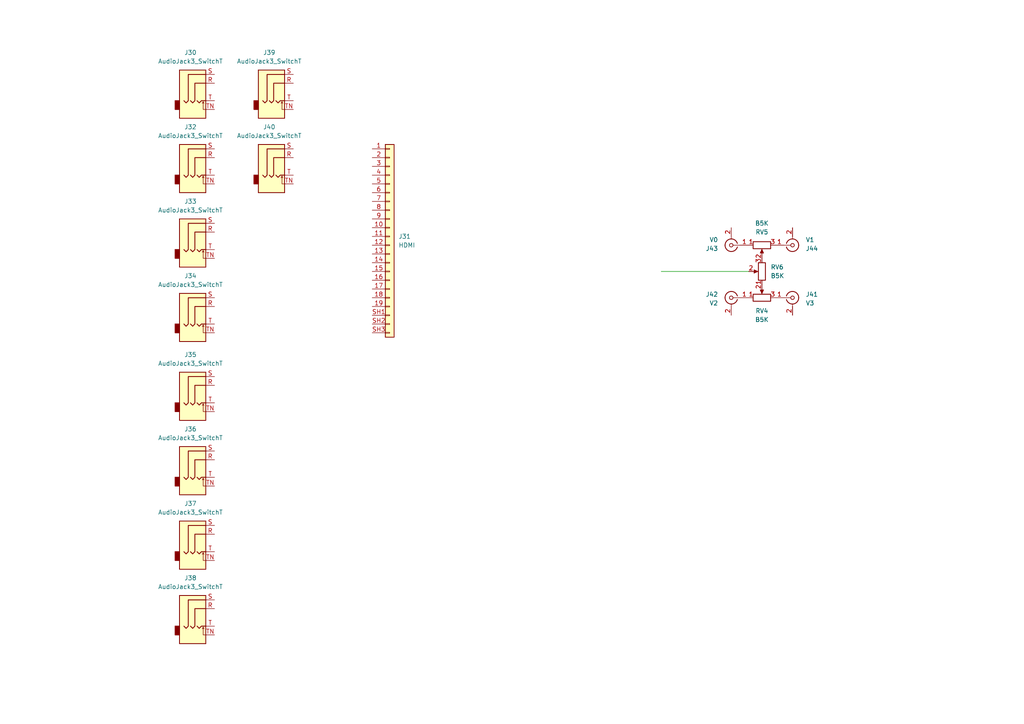
<source format=kicad_sch>
(kicad_sch (version 20231120) (generator "eeschema") (generator_version "8.0")
  (paper "A4")
  (title_block (title "Audio Thing Template") (rev "1.0") (company "velvia-fifty") (comment 1 "https://github.com/velvia-fifty/AudioThings") (comment 2 "You should have changed this already :)") (comment 4 "Stay humble"))
  (lib_symbols
    (symbol "AT-Symbols:HDMI" (pin_names (offset 1.016) hide)
      (property "Reference" "J26" (at 2.54 0.0001 0))
      (property "Value" "HDMI" (at 2.54 -2.5399 0))
      (symbol "HDMI_1_1"
        (rectangle (start -1.27 -27.813) (end 0 -28.067) (stroke (width 0.1524)))
        (rectangle (start -1.27 -25.273) (end 0 -25.527) (stroke (width 0.1524)))
        (rectangle (start -1.27 -22.733) (end 0 -22.987) (stroke (width 0.1524)))
        (rectangle (start -1.27 -20.193) (end 0 -20.447) (stroke (width 0.1524)))
        (rectangle (start -1.27 -17.653) (end 0 -17.907) (stroke (width 0.1524)))
        (rectangle (start -1.27 -15.113) (end 0 -15.367) (stroke (width 0.1524)))
        (rectangle (start -1.27 -12.573) (end 0 -12.827) (stroke (width 0.1524)))
        (rectangle (start -1.27 -10.033) (end 0 -10.287) (stroke (width 0.1524)))
        (rectangle (start -1.27 -7.493) (end 0 -7.747) (stroke (width 0.1524)))
        (rectangle (start -1.27 -4.953) (end 0 -5.207) (stroke (width 0.1524)))
        (rectangle (start -1.27 -2.413) (end 0 -2.667) (stroke (width 0.1524)))
        (rectangle (start -1.27 0.127) (end 0 -0.127) (stroke (width 0.1524)))
        (rectangle (start -1.27 2.667) (end 0 2.413) (stroke (width 0.1524)))
        (rectangle (start -1.27 5.207) (end 0 4.953) (stroke (width 0.1524)))
        (rectangle (start -1.27 7.747) (end 0 7.493) (stroke (width 0.1524)))
        (rectangle (start -1.27 10.287) (end 0 10.033) (stroke (width 0.1524)))
        (rectangle (start -1.27 12.827) (end 0 12.573) (stroke (width 0.1524)))
        (rectangle (start -1.27 15.367) (end 0 15.113) (stroke (width 0.1524)))
        (rectangle (start -1.27 17.907) (end 0 17.653) (stroke (width 0.1524)))
        (rectangle (start -1.27 20.447) (end 0 20.193) (stroke (width 0.1524)))
        (rectangle (start -1.27 22.987) (end 0 22.733) (stroke (width 0.1524)))
        (rectangle (start -1.27 25.527) (end 0 25.273) (stroke (width 0.1524)))
        (rectangle (start -1.27 26.67) (end 1.27 -29.21) (stroke (width 0.254)) (fill (type background)))
        (pin passive line (at -5.08 25.4 0) (length 3.81) (name "Pin_1") (number "1"))
        (pin passive line (at -5.08 2.54 0) (length 3.81) (name "Pin_10") (number "10"))
        (pin passive line (at -5.08 0 0) (length 3.81) (name "Pin_11") (number "11"))
        (pin passive line (at -5.08 -2.54 0) (length 3.81) (name "Pin_12") (number "12"))
        (pin passive line (at -5.08 -5.08 0) (length 3.81) (name "Pin_13") (number "13"))
        (pin passive line (at -5.08 -7.62 0) (length 3.81) (name "Pin_14") (number "14"))
        (pin passive line (at -5.08 -10.16 0) (length 3.81) (name "Pin_15") (number "15"))
        (pin passive line (at -5.08 -12.7 0) (length 3.81) (name "Pin_16") (number "16"))
        (pin passive line (at -5.08 -15.24 0) (length 3.81) (name "Pin_17") (number "17"))
        (pin passive line (at -5.08 -17.78 0) (length 3.81) (name "Pin_18") (number "18"))
        (pin passive line (at -5.08 -20.32 0) (length 3.81) (name "Pin_19") (number "19"))
        (pin passive line (at -5.08 22.86 0) (length 3.81) (name "Pin_2") (number "2"))
        (pin passive line (at -5.08 20.32 0) (length 3.81) (name "Pin_3") (number "3"))
        (pin passive line (at -5.08 17.78 0) (length 3.81) (name "Pin_4") (number "4"))
        (pin passive line (at -5.08 15.24 0) (length 3.81) (name "Pin_5") (number "5"))
        (pin passive line (at -5.08 12.7 0) (length 3.81) (name "Pin_6") (number "6"))
        (pin passive line (at -5.08 10.16 0) (length 3.81) (name "Pin_7") (number "7"))
        (pin passive line (at -5.08 7.62 0) (length 3.81) (name "Pin_8") (number "8"))
        (pin passive line (at -5.08 5.08 0) (length 3.81) (name "Pin_9") (number "9"))
        (pin passive line (at -5.08 -22.86 0) (length 3.81) (name "SH1") (number "SH1"))
        (pin passive line (at -5.08 -25.4 0) (length 3.81) (name "SH2") (number "SH2"))
        (pin passive line (at -5.08 -27.94 0) (length 3.81) (name "SH3") (number "SH3"))
      )
    )
    (symbol "Connector:Conn_Coaxial" (pin_names (offset 1.016) hide)
      (property "Reference" "J" (at 0.254 3.048 0))
      (property "Value" "Conn_Coaxial" (at 2.921 0 90))
      (symbol "Conn_Coaxial_0_1"
        (arc (start -1.778 -0.508) (mid 0.2311 -1.8066) (end 1.778 0) (stroke (width 0.254)))
        (polyline (pts (xy -2.54 0) (xy -0.508 0)))
        (polyline (pts (xy 0 -2.54) (xy 0 -1.778)))
        (circle (center 0 0) (radius 0.508) (stroke (width 0.2032)))
        (arc (start 1.778 0) (mid 0.2099 1.8101) (end -1.778 0.508) (stroke (width 0.254)))
      )
      (symbol "Conn_Coaxial_1_1"
        (pin passive line (at -5.08 0 0) (length 2.54) (name "In") (number "1"))
        (pin passive line (at 0 -5.08 90) (length 2.54) (name "Ext") (number "2"))
      )
    )
    (symbol "Connector_Audio:AudioJack3_SwitchT"
      (property "Reference" "J" (at 0 8.89 0))
      (property "Value" "AudioJack3_SwitchT" (at 0 6.35 0))
      (symbol "AudioJack3_SwitchT_0_1"
        (rectangle (start -5.08 -5.08) (end -6.35 -7.62) (stroke (width 0.254)) (fill (type outline)))
        (polyline (pts (xy 1.778 -5.334) (xy 2.032 -5.842)))
        (polyline (pts (xy 0 -5.08) (xy 0.635 -5.715) (xy 1.27 -5.08) (xy 2.54 -5.08)) (stroke (width 0.254)))
        (polyline (pts (xy 2.54 -7.62) (xy 1.778 -7.62) (xy 1.778 -5.334) (xy 1.524 -5.842)))
        (polyline (pts (xy -1.905 -5.08) (xy -1.27 -5.715) (xy -0.635 -5.08) (xy -0.635 0) (xy 2.54 0)) (stroke (width 0.254)))
        (polyline (pts (xy 2.54 2.54) (xy -2.54 2.54) (xy -2.54 -5.08) (xy -3.175 -5.715) (xy -3.81 -5.08)) (stroke (width 0.254)))
        (rectangle (start 2.54 3.81) (end -5.08 -10.16) (stroke (width 0.254)) (fill (type background)))
      )
      (symbol "AudioJack3_SwitchT_1_1"
        (pin passive line (at 5.08 0 180) (length 2.54) (name "~") (number "R"))
        (pin passive line (at 5.08 2.54 180) (length 2.54) (name "~") (number "S"))
        (pin passive line (at 5.08 -5.08 180) (length 2.54) (name "~") (number "T"))
        (pin passive line (at 5.08 -7.62 180) (length 2.54) (name "~") (number "TN"))
      )
    )
    (symbol "Device:R_Potentiometer" (pin_names (offset 1.016) hide)
      (property "Reference" "RV" (at -4.445 0 90))
      (property "Value" "R_Potentiometer" (at -2.54 0 90))
      (symbol "R_Potentiometer_0_1"
        (polyline (pts (xy 2.54 0) (xy 1.524 0)))
        (polyline (pts (xy 1.143 0) (xy 2.286 0.508) (xy 2.286 -0.508) (xy 1.143 0)) (fill (type outline)))
        (rectangle (start 1.016 2.54) (end -1.016 -2.54) (stroke (width 0.254)))
      )
      (symbol "R_Potentiometer_1_1"
        (pin passive line (at 0 3.81 270) (length 1.27) (name "1") (number "1"))
        (pin passive line (at 3.81 0 180) (length 1.27) (name "2") (number "2"))
        (pin passive line (at 0 -3.81 90) (length 1.27) (name "3") (number "3"))
      )
    )
  )
  (wire (pts (xy 191.77 78.74) (xy 217.17 78.74)))
  (symbol (lib_id "Device:R_Potentiometer") (at 220.98 86.36 90) (unit 1)
    (property "Reference" "RV4" (at 220.98 90.17 90))
    (property "Value" "B5K" (at 220.98 92.71 90))
    (property "Description" "Potentiometer" (effects (hide yes)))
  )
  (symbol (lib_id "Device:R_Potentiometer") (at 220.98 78.74 180) (unit 1)
    (property "Reference" "RV6" (at 223.52 77.4699 0) (effects (justify right)))
    (property "Value" "B5K" (at 223.52 80.0099 0) (effects (justify right)))
    (property "Description" "Potentiometer" (effects (hide yes)))
  )
  (symbol (lib_id "Connector_Audio:AudioJack3_SwitchT") (at 57.15 24.13 0) (unit 1)
    (property "Reference" "J30" (at 55.245 15.24 0))
    (property "Value" "AudioJack3_SwitchT" (at 55.245 17.78 0))
    (property "Footprint" "AT-Footprints:SJ3-3505" (effects (hide yes)))
    (property "Description" "Audio Jack, 3 Poles (Stereo / TRS), Switched T Pole (Normalling)" (effects (hide yes)))
  )
  (symbol (lib_id "Connector_Audio:AudioJack3_SwitchT") (at 57.15 133.35 0) (unit 1)
    (property "Reference" "J36" (at 55.245 124.46 0))
    (property "Value" "AudioJack3_SwitchT" (at 55.245 127 0))
    (property "Footprint" "AT-Footprints:SJ3-3505" (effects (hide yes)))
    (property "Description" "Audio Jack, 3 Poles (Stereo / TRS), Switched T Pole (Normalling)" (effects (hide yes)))
  )
  (symbol (lib_id "Connector_Audio:AudioJack3_SwitchT") (at 57.15 88.9 0) (unit 1)
    (property "Reference" "J34" (at 55.245 80.01 0))
    (property "Value" "AudioJack3_SwitchT" (at 55.245 82.55 0))
    (property "Footprint" "AT-Footprints:SJ3-3505" (effects (hide yes)))
    (property "Description" "Audio Jack, 3 Poles (Stereo / TRS), Switched T Pole (Normalling)" (effects (hide yes)))
  )
  (symbol (lib_id "Connector:Conn_Coaxial") (at 229.87 86.36 0) (unit 1)
    (property "Reference" "J41" (at 233.68 85.3831 0) (effects (justify left)))
    (property "Value" "V3" (at 233.68 87.9231 0) (effects (justify left)))
    (property "Description" "coaxial connector (BNC, SMA, SMB, SMC, Cinch/RCA, LEMO, ...)" (effects (hide yes)))
  )
  (symbol (lib_id "Connector_Audio:AudioJack3_SwitchT") (at 57.15 176.53 0) (unit 1)
    (property "Reference" "J38" (at 55.245 167.64 0))
    (property "Value" "AudioJack3_SwitchT" (at 55.245 170.18 0))
    (property "Footprint" "AT-Footprints:SJ3-3505" (effects (hide yes)))
    (property "Description" "Audio Jack, 3 Poles (Stereo / TRS), Switched T Pole (Normalling)" (effects (hide yes)))
  )
  (symbol (lib_id "AT-Symbols:HDMI") (at 113.03 68.58 0) (unit 1)
    (property "Reference" "J31" (at 115.57 68.5799 0) (effects (justify left)))
    (property "Value" "HDMI" (at 115.57 71.1199 0) (effects (justify left)))
    (property "Footprint" "AT-Footprints:AMPHENOL_10078837-001LF" (effects (hide yes)))
    (property "Description" "Generic connector, single row, 01x22, script generated (kicad-library-utils/schlib/autogen/connector/)" (effects (hide yes)))
  )
  (symbol (lib_id "Connector_Audio:AudioJack3_SwitchT") (at 57.15 45.72 0) (unit 1)
    (property "Reference" "J32" (at 55.245 36.83 0))
    (property "Value" "AudioJack3_SwitchT" (at 55.245 39.37 0))
    (property "Footprint" "AT-Footprints:SJ3-3505" (effects (hide yes)))
    (property "Description" "Audio Jack, 3 Poles (Stereo / TRS), Switched T Pole (Normalling)" (effects (hide yes)))
  )
  (symbol (lib_id "Connector:Conn_Coaxial") (at 229.87 71.12 0) (mirror x) (unit 1)
    (property "Reference" "J44" (at 233.68 72.0969 0) (effects (justify left)))
    (property "Value" "V1" (at 233.68 69.5569 0) (effects (justify left)))
    (property "Description" "coaxial connector (BNC, SMA, SMB, SMC, Cinch/RCA, LEMO, ...)" (effects (hide yes)))
  )
  (symbol (lib_id "Connector_Audio:AudioJack3_SwitchT") (at 57.15 67.31 0) (unit 1)
    (property "Reference" "J33" (at 55.245 58.42 0))
    (property "Value" "AudioJack3_SwitchT" (at 55.245 60.96 0))
    (property "Footprint" "AT-Footprints:SJ3-3505" (effects (hide yes)))
    (property "Description" "Audio Jack, 3 Poles (Stereo / TRS), Switched T Pole (Normalling)" (effects (hide yes)))
  )
  (symbol (lib_id "Connector:Conn_Coaxial") (at 212.09 86.36 0) (mirror y) (unit 1)
    (property "Reference" "J42" (at 208.28 85.3831 0) (effects (justify left)))
    (property "Value" "V2" (at 208.28 87.9231 0) (effects (justify left)))
    (property "Description" "coaxial connector (BNC, SMA, SMB, SMC, Cinch/RCA, LEMO, ...)" (effects (hide yes)))
  )
  (symbol (lib_id "Connector:Conn_Coaxial") (at 212.09 71.12 180) (unit 1)
    (property "Reference" "J43" (at 208.28 72.0969 0) (effects (justify left)))
    (property "Value" "V0" (at 208.28 69.5569 0) (effects (justify left)))
    (property "Description" "coaxial connector (BNC, SMA, SMB, SMC, Cinch/RCA, LEMO, ...)" (effects (hide yes)))
  )
  (symbol (lib_id "Connector_Audio:AudioJack3_SwitchT") (at 80.01 45.72 0) (unit 1)
    (property "Reference" "J40" (at 78.105 36.83 0))
    (property "Value" "AudioJack3_SwitchT" (at 78.105 39.37 0))
    (property "Footprint" "AT-Footprints:SJ3-3505" (effects (hide yes)))
    (property "Description" "Audio Jack, 3 Poles (Stereo / TRS), Switched T Pole (Normalling)" (effects (hide yes)))
  )
  (symbol (lib_id "Connector_Audio:AudioJack3_SwitchT") (at 57.15 111.76 0) (unit 1)
    (property "Reference" "J35" (at 55.245 102.87 0))
    (property "Value" "AudioJack3_SwitchT" (at 55.245 105.41 0))
    (property "Footprint" "AT-Footprints:SJ3-3505" (effects (hide yes)))
    (property "Description" "Audio Jack, 3 Poles (Stereo / TRS), Switched T Pole (Normalling)" (effects (hide yes)))
  )
  (symbol (lib_id "Connector_Audio:AudioJack3_SwitchT") (at 80.01 24.13 0) (unit 1)
    (property "Reference" "J39" (at 78.105 15.24 0))
    (property "Value" "AudioJack3_SwitchT" (at 78.105 17.78 0))
    (property "Footprint" "AT-Footprints:SJ3-3505" (effects (hide yes)))
    (property "Description" "Audio Jack, 3 Poles (Stereo / TRS), Switched T Pole (Normalling)" (effects (hide yes)))
  )
  (symbol (lib_id "Connector_Audio:AudioJack3_SwitchT") (at 57.15 154.94 0) (unit 1)
    (property "Reference" "J37" (at 55.245 146.05 0))
    (property "Value" "AudioJack3_SwitchT" (at 55.245 148.59 0))
    (property "Footprint" "AT-Footprints:SJ3-3505" (effects (hide yes)))
    (property "Description" "Audio Jack, 3 Poles (Stereo / TRS), Switched T Pole (Normalling)" (effects (hide yes)))
  )
  (symbol (lib_id "Device:R_Potentiometer") (at 220.98 71.12 90) (mirror x) (unit 1)
    (property "Reference" "RV5" (at 220.98 67.31 90))
    (property "Value" "B5K" (at 220.98 64.77 90))
    (property "Description" "Potentiometer" (effects (hide yes)))
  )
)
</source>
